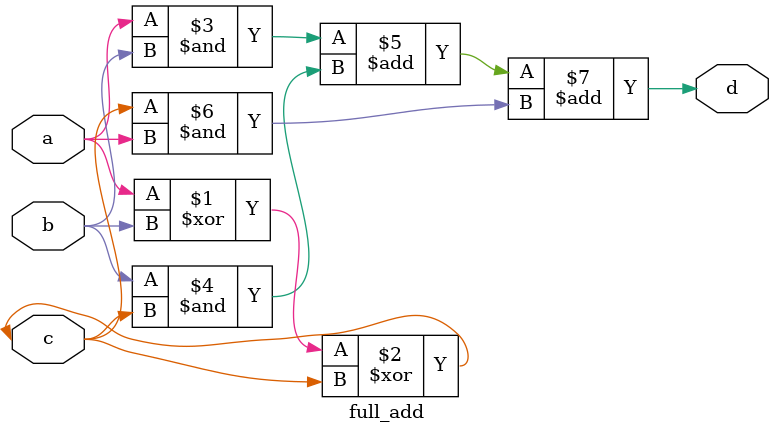
<source format=v>
`timescale 1ns / 1ps


module full_add(
    input a,
    input b,c,
    output c,
    output d
    );  
     assign c=a^b^c;
    assign d=(a&b)+(b&c)+(c&a);
    
endmodule

</source>
